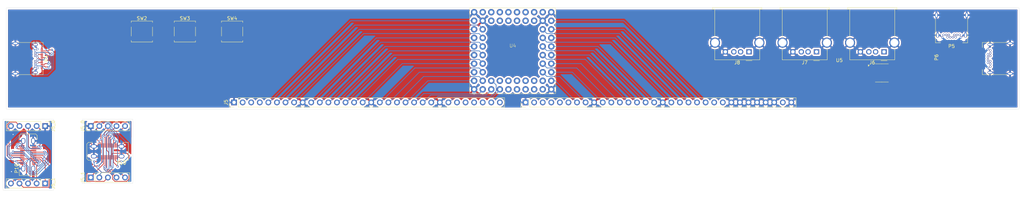
<source format=kicad_pcb>
(kicad_pcb (version 20241229) (generator "pcbnew") (generator_version "9.0")
  (layers (0 "F.Cu" signal) (2 "B.Cu" signal) (13 "F.Paste" user) (15 "B.Paste" user) (5 "F.SilkS" user "F.Silkscreen") (7 "B.SilkS" user "B.Silkscreen") (1 "F.Mask" user) (3 "B.Mask" user) (25 "Edge.Cuts" user))
  (net 0 "")
  (net 1 "/Excelsior_PGA2350/GP11")
  (net 2 "/Excelsior_PGA2350/GP26")
  (net 3 "/Excelsior_PGA2350/GND")
  (net 4 "/Excelsior_PGA2350/INTA")
  (net 5 "/Excelsior_PGA2350/VBUS")
  (net 6 "/Excelsior_PGA2350/MOSI")
  (net 7 "/Excelsior_PGA2350/GP15")
  (net 8 "/Excelsior_PGA2350/GP13")
  (net 9 "/Excelsior_PGA2350/GP24")
  (net 10 "/Excelsior_PGA2350/GP31")
  (net 11 "/Excelsior_PGA2350/GP22")
  (net 12 "/Excelsior_PGA2350/GP12")
  (net 13 "/Excelsior_PGA2350/GP09")
  (net 14 "/Excelsior_PGA2350/GP18")
  (net 15 "/Excelsior_PGA2350/GP25")
  (net 16 "/Excelsior_PGA2350/GP20")
  (net 17 "/Excelsior_PGA2350/GP32")
  (net 18 "/Excelsior_PGA2350/GP17")
  (net 19 "/Excelsior_PGA2350/GP08")
  (net 20 "/Excelsior_PGA2350/GP21")
  (net 21 "/Excelsior_PGA2350/INTB")
  (net 22 "/Excelsior_PGA2350/CS")
  (net 23 "/Excelsior_PGA2350/GP29")
  (net 24 "/Excelsior_PGA2350/GP30")
  (net 25 "/Excelsior_PGA2350/GP28")
  (net 26 "/Excelsior_PGA2350/GP27")
  (net 27 "/Excelsior_PGA2350/GP19")
  (net 28 "/Excelsior_PGA2350/GP23")
  (net 29 "/Excelsior_PGA2350/SCK")
  (net 30 "/Excelsior_PGA2350/MISO")
  (net 31 "/Excelsior_PGA2350/GP07")
  (net 32 "/Excelsior_PGA2350/GP10")
  (net 33 "/Excelsior_PGA2350/GP16")
  (net 34 "/Excelsior_PGA2350/GP06")
  (net 35 "/Excelsior_PGA2350/GP14")
  (net 36 "/Excelsior_PGA2350/DM4+")
  (net 37 "/Excelsior_PGA2350/DM4-")
  (net 38 "/Excelsior_PGA2350/DM3-")
  (net 39 "/Excelsior_PGA2350/DM3+")
  (net 40 "/Excelsior_PGA2350/DM2+")
  (net 41 "/Excelsior_PGA2350/DM2-")
  (net 42 "/Excelsior_PGA2350/GP41")
  (net 43 "/Excelsior_PGA2350/GP46")
  (net 44 "/Excelsior_PGA2350/GP36")
  (net 45 "/Excelsior_PGA2350/GP42")
  (net 46 "/Excelsior_PGA2350/GP34")
  (net 47 "/Excelsior_PGA2350/GP43")
  (net 48 "/Excelsior_PGA2350/GP38")
  (net 49 "/Excelsior_PGA2350/GP40")
  (net 50 "/Excelsior_PGA2350/GP37")
  (net 51 "/Excelsior_PGA2350/GP47")
  (net 52 "/Excelsior_PGA2350/GP35")
  (net 53 "/Excelsior_PGA2350/GP44")
  (net 54 "/Excelsior_PGA2350/GP45")
  (net 55 "/Excelsior_PGA2350/GP39")
  (net 56 "/Excelsior_PGA2350/GP33")
  (net 61 "/Excelsior_PGA2350/HOST_D+")
  (net 62 "/Excelsior_PGA2350/HOST_D-")
  (net 79 "/Excelsior_PGA2350/CH_RST")
  (net 80 "/Excelsior_PGA2350/RESET")
  (net 81 "/Excelsior_PGA2350/BOOT")
  (net 82 "/Excelsior_PGA2350/DM1+")
  (net 84 "/Excelsior_PGA2350/DM1-")
  (net 90 "/Excelsior_PGA2350/3V3")
  (net 91 "/USB Breakout/GND")
  (net 92 "/USB Breakout/5")
  (net 93 "/USB Breakout/8")
  (net 94 "/USB Breakout/11")
  (net 95 "/USB Breakout/VBUS")
  (net 96 "/USB Breakout/2")
  (net 97 "/USB Breakout/7")
  (net 98 "/USB Breakout/10")
  (net 99 "/USB Breakout/3")
  (net 100 "/USB Breakout/6")
  (footprint "Button_Switch_SMD:SW_SPST_EVPBF" (layer "F.Cu") (at 66.88 7)
    (property "Reference" "SW4")
    (property "Value" "SW_Push")
  )
  (footprint "Connector_PinHeader_2.54mm:PinHeader_1x32_P2.54mm_Vertical" (layer "F.Cu") (at 153.81 28 90)
    (property "Reference" "J9" (hide yes))
    (property "Value" "Conn_01x16_Socket")
  )
  (footprint "Connector_USB:USB_C_Receptacle_Amphenol_12401548E4-2A" (layer "F.Cu") (at 280 4.99 180)
    (property "Reference" "P5")
    (property "Value" "Host_Port")
  )
  (footprint "pga2350:pga2350" (layer "F.Cu") (at 150 12.7)
    (property "Reference" "U4")
    (property "Value" "PGA2350")
  )
  (footprint "Connector_USB:USB_C_Receptacle_Amphenol_12401548E4-2A" (layer "F.Cu") (at 5.5 15 -90)
    (property "Reference" "P4")
    (property "Value" "Left_Peripheral")
  )
  (footprint "Connector_USB:USB_A_Molex_67643_Horizontal" (layer "F.Cu") (at 240 13.01 180)
    (property "Reference" "J7")
    (property "Value" "USB_Hub3")
  )
  (footprint "Connector_PinHeader_2.54mm:PinHeader_1x05_P2.54mm_Vertical" (layer "F.Cu") (at 11.5 52 -90)
    (property "Reference" "J5_1")
    (property "Value" "Conn_01x12")
  )
  (footprint "Connector_PinHeader_2.54mm:PinHeader_1x05_P2.54mm_Vertical" (layer "F.Cu") (at 25 50.24 90)
    (property "Reference" "J5_1")
    (property "Value" "Conn_01x12")
  )
  (footprint "Connector_USB:USB_C_Receptacle_Amphenol_12401548E4-2A" (layer "F.Cu") (at 294.5 15 90)
    (property "Reference" "P6")
    (property "Value" "Right_Peripheral")
  )
  (footprint "Connector_PinHeader_2.54mm:PinHeader_1x32_P2.54mm_Vertical" (layer "F.Cu") (at 67.45 28 90)
    (property "Reference" "J5")
    (property "Value" "Conn_01x40_Socket")
  )
  (footprint "Button_Switch_SMD:SW_SPST_EVPBF" (layer "F.Cu") (at 52.88 7)
    (property "Reference" "SW3")
    (property "Value" "SW_Push")
  )
  (footprint "Connector_PinHeader_2.54mm:PinHeader_1x05_P2.54mm_Vertical" (layer "F.Cu") (at 25 35 90)
    (property "Reference" "J5_0")
    (property "Value" "Conn_01x12")
  )
  (footprint "Connector_USB:USB_C_Receptacle_JAE_DX07S024WJ3R400" (layer "F.Cu") (at 30 42.5 180)
    (property "Reference" "P10")
    (property "Value" "USB_C_Receptacle")
  )
  (footprint "Button_Switch_SMD:SW_SPST_EVPBF" (layer "F.Cu") (at 40.14 7)
    (property "Reference" "SW2")
    (property "Value" "SW_Push")
  )
  (footprint "Connector_USB:USB_A_Molex_67643_Horizontal" (layer "F.Cu") (at 220 13.01 180)
    (property "Reference" "J8")
    (property "Value" "USB_Hub2")
  )
  (footprint "Connector_PinHeader_2.54mm:PinHeader_1x05_P2.54mm_Vertical" (layer "F.Cu") (at 11.5 35 -90)
    (property "Reference" "J5_0")
    (property "Value" "Conn_01x12")
  )
  (footprint "Package_SO:QSOP-16_3.9x4.9mm_P0.635mm" (layer "F.Cu") (at 259.3625 19.2775)
    (property "Reference" "U5")
    (property "Value" "CH334R")
  )
  (footprint "Connector_USB:USB_C_Receptacle_JAE_DX07S024WJ3R400" (layer "F.Cu") (at 6.47 43.5 90)
    (property "Reference" "P10")
    (property "Value" "USB_C_Receptacle")
  )
  (footprint "Connector_USB:USB_A_Molex_67643_Horizontal" (layer "F.Cu") (at 260 13.01 180)
    (property "Reference" "J6")
    (property "Value" "USB_Hub4_FDD")
  )
  (gr_rect (start 22.5 33) (end 37.5 52) (stroke (width 0.05)) (fill no) (layer "Edge.Cuts"))
  (gr_rect (start 0 0) (end 300 30) (stroke (width 0.05)) (fill no) (layer "Edge.Cuts"))
  (gr_rect (start -1 33) (end 14 54) (stroke (width 0.05)) (fill no) (layer "Edge.Cuts"))
  (segment (start 115.9535 15.2565) (end 103.21 28) (width 0.2) (layer "B.Cu") (net 1))
  (segment (start 141.31 16.51) (end 140.0565 15.2565) (width 0.2) (layer "B.Cu") (net 1))
  (segment (start 140.0565 15.2565) (end 115.9535 15.2565) (width 0.2) (layer "B.Cu") (net 1))
  (segment (start 11.5 16.5) (end 11.25 16.75) (width 0.2) (layer "F.Cu") (net 4))
  (segment (start 11.25 16.75) (end 10.52 16.75) (width 0.2) (layer "F.Cu") (net 4))
  (segment (start 12.4 16.5) (end 11.5 16.5) (width 0.2) (layer "F.Cu") (net 4))
  (via (at 12.4 16.5) (size 0.6) (drill 0.3) (layers "F.Cu" "B.Cu") (net 4))
  (segment (start 12.4 16.5) (end 12.5 16.4) (width 0.2) (layer "B.Cu") (net 4))
  (segment (start 11.174 13.174) (end 8.950702 13.174) (width 0.2) (layer "B.Cu") (net 4))
  (segment (start 8.724702 13.4) (end 8.51 13.4) (width 0.2) (layer "B.Cu") (net 4))
  (segment (start 8.950702 13.174) (end 8.724702 13.4) (width 0.2) (layer "B.Cu") (net 4))
  (segment (start 12.5 14.5) (end 11.174 13.174) (width 0.2) (layer "B.Cu") (net 4))
  (segment (start 12.5 16.4) (end 12.5 14.5) (width 0.2) (layer "B.Cu") (net 4))
  (segment (start 10.47 13.8) (end 10.52 13.75) (width 0.2) (layer "F.Cu") (net 5))
  (segment (start 9.21 16.2) (end 10.47 16.2) (width 0.2) (layer "F.Cu") (net 5))
  (segment (start 9.21 13.8) (end 10.47 13.8) (width 0.2) (layer "F.Cu") (net 5))
  (segment (start 10.47 16.2) (end 10.52 16.25) (width 0.2) (layer "F.Cu") (net 5))
  (segment (start 10.52 15.25) (end 9.945298 15.25) (width 0.2) (layer "F.Cu") (net 6))
  (segment (start 9.945298 15.25) (end 9.295298 14.6) (width 0.2) (layer "F.Cu") (net 6))
  (segment (start 9.295298 14.6) (end 9.21 14.6) (width 0.2) (layer "F.Cu") (net 6))
  (segment (start 141.31 6.35) (end 140.0565 5.0965) (width 0.2) (layer "B.Cu") (net 6))
  (segment (start 140.0565 5.0965) (end 103.2535 5.0965) (width 0.2) (layer "B.Cu") (net 6))
  (segment (start 103.2535 5.0965) (end 80.35 28) (width 0.2) (layer "B.Cu") (net 6))
  (segment (start 140.0565 20.3365) (end 123.5735 20.3365) (width 0.2) (layer "B.Cu") (net 7))
  (segment (start 123.5735 20.3365) (end 115.91 28) (width 0.2) (layer "B.Cu") (net 7))
  (segment (start 141.31 21.59) (end 140.0565 20.3365) (width 0.2) (layer "B.Cu") (net 7))
  (segment (start 140.0565 17.7965) (end 121.0335 17.7965) (width 0.2) (layer "B.Cu") (net 8))
  (segment (start 141.31 19.05) (end 140.0565 17.7965) (width 0.2) (layer "B.Cu") (net 8))
  (segment (start 121.0335 17.7965) (end 110.83 28) (width 0.2) (layer "B.Cu") (net 8))
  (segment (start 138.77 16.51) (end 117.24 16.51) (width 0.2) (layer "B.Cu") (net 12))
  (segment (start 117.24 16.51) (end 105.75 28) (width 0.2) (layer "B.Cu") (net 12))
  (segment (start 141.31 13.97) (end 140.0565 12.7165) (width 0.2) (layer "B.Cu") (net 13))
  (segment (start 113.4135 12.7165) (end 98.13 28) (width 0.2) (layer "B.Cu") (net 13))
  (segment (start 140.0565 12.7165) (end 113.4135 12.7165) (width 0.2) (layer "B.Cu") (net 13))
  (segment (start 142.1955 25.7845) (end 143.85 24.13) (width 0.2) (layer "B.Cu") (net 14))
  (segment (start 125.7455 25.7845) (end 142.1955 25.7845) (width 0.2) (layer "B.Cu") (net 14))
  (segment (start 123.53 28) (end 125.7455 25.7845) (width 0.2) (layer "B.Cu") (net 14))
  (segment (start 132.5635 26.5865) (end 131.15 28) (width 0.2) (layer "B.Cu") (net 16))
  (segment (start 143.9335 26.5865) (end 132.5635 26.5865) (width 0.2) (layer "B.Cu") (net 16))
  (segment (start 146.39 24.13) (end 143.9335 26.5865) (width 0.2) (layer "B.Cu") (net 16))
  (segment (start 162.6 21.59) (end 169.01 28) (width 0.2) (layer "B.Cu") (net 17))
  (segment (start 161.39 21.59) (end 162.6 21.59) (width 0.2) (layer "B.Cu") (net 17))
  (segment (start 123.6065 25.3835) (end 120.99 28) (width 0.2) (layer "B.Cu") (net 18))
  (segment (start 141.31 24.13) (end 140.0565 25.3835) (width 0.2) (layer "B.Cu") (net 18))
  (segment (start 140.0565 25.3835) (end 123.6065 25.3835) (width 0.2) (layer "B.Cu") (net 18))
  (segment (start 138.77 11.43) (end 112.16 11.43) (width 0.2) (layer "B.Cu") (net 19))
  (segment (start 112.16 11.43) (end 95.59 28) (width 0.2) (layer "B.Cu") (net 19))
  (segment (start 12.5 17.5) (end 11.5 17.5) (width 0.2) (layer "F.Cu") (net 21))
  (segment (start 11.5 17.5) (end 11.25 17.25) (width 0.2) (layer "F.Cu") (net 21))
  (segment (start 11.25 17.25) (end 10.52 17.25) (width 0.2) (layer "F.Cu") (net 21))
  (via (at 12.5 17.5) (size 0.6) (drill 0.3) (layers "F.Cu" "B.Cu") (net 21))
  (segment (start 12.799 13.748943) (end 12.799 13.382992) (width 0.2) (layer "B.Cu") (net 21))
  (segment (start 7.609 11.699) (end 8.51 12.6) (width 0.2) (layer "B.Cu") (net 21))
  (segment (start 13 13.949943) (end 12.799 13.748943) (width 0.2) (layer "B.Cu") (net 21))
  (segment (start 7.609 10.579636) (end 7.609 11.699) (width 0.2) (layer "B.Cu") (net 21))
  (segment (start 13 17) (end 13 13.949943) (width 0.2) (layer "B.Cu") (net 21))
  (segment (start 12.5 17.5) (end 13 17) (width 0.2) (layer "B.Cu") (net 21))
  (segment (start 9.585008 10.169) (end 8.019636 10.169) (width 0.2) (layer "B.Cu") (net 21))
  (segment (start 8.019636 10.169) (end 7.609 10.579636) (width 0.2) (layer "B.Cu") (net 21))
  (segment (start 12.799 13.382992) (end 9.585008 10.169) (width 0.2) (layer "B.Cu") (net 21))
  (segment (start 12.701 13.5) (end 12.451 13.25) (width 0.2) (layer "F.Cu") (net 22))
  (segment (start 13.4 13.5) (end 12.701 13.5) (width 0.2) (layer "F.Cu") (net 22))
  (segment (start 12.451 13.25) (end 10.52 13.25) (width 0.2) (layer "F.Cu") (net 22))
  (via (at 13.4 13.5) (size 0.6) (drill 0.3) (layers "F.Cu" "B.Cu") (net 22))
  (segment (start 13.5 13.6) (end 13.5 17.9329) (width 0.2) (layer "B.Cu") (net 22))
  (segment (start 10.324057 17.174) (end 9.169298 17.174) (width 0.2) (layer "B.Cu") (net 22))
  (segment (start 13.3319 18.101) (end 11.251057 18.101) (width 0.2) (layer "B.Cu") (net 22))
  (segment (start 141.31 8.89) (end 140.0235 7.6035) (width 0.2) (layer "B.Cu") (net 22))
  (segment (start 13.5 17.9329) (end 13.3319 18.101) (width 0.2) (layer "B.Cu") (net 22))
  (segment (start 9.169298 17.174) (end 8.595298 16.6) (width 0.2) (layer "B.Cu") (net 22))
  (segment (start 140.0235 7.6035) (end 105.8265 7.6035) (width 0.2) (layer "B.Cu") (net 22))
  (segment (start 11.251057 18.101) (end 10.324057 17.174) (width 0.2) (layer "B.Cu") (net 22))
  (segment (start 13.4 13.5) (end 13.5 13.6) (width 0.2) (layer "B.Cu") (net 22))
  (segment (start 105.8265 7.6035) (end 85.43 28) (width 0.2) (layer "B.Cu") (net 22))
  (segment (start 8.595298 16.6) (end 8.51 16.6) (width 0.2) (layer "B.Cu") (net 22))
  (segment (start 143.976359 25.776359) (end 143.752717 26) (width 0.2) (layer "B.Cu") (net 27))
  (segment (start 127.8845 26.1855) (end 143.567218 26.1855) (width 0.2) (layer "B.Cu") (net 27))
  (segment (start 143.567218 26.1855) (end 143.976359 25.776359) (width 0.2) (layer "B.Cu") (net 27))
  (segment (start 145.1035 24.649217) (end 143.976359 25.776359) (width 0.2) (layer "B.Cu") (net 27))
  (segment (start 143.85 21.59) (end 145.1035 22.8435) (width 0.2) (layer "B.Cu") (net 27))
  (segment (start 126.07 28) (end 127.8845 26.1855) (width 0.2) (layer "B.Cu") (net 27))
  (segment (start 145.1035 22.8435) (end 145.1035 24.649217) (width 0.2) (layer "B.Cu") (net 27))
  (segment (start 12.327955 12.75) (end 10.52 12.75) (width 0.2) (layer "F.Cu") (net 29))
  (segment (start 12.64534 12.432615) (end 12.327955 12.75) (width 0.2) (layer "F.Cu") (net 29))
  (segment (start 13.5 12.432615) (end 12.64534 12.432615) (width 0.2) (layer "F.Cu") (net 29))
  (via (at 13.5 12.432615) (size 0.6) (drill 0.3) (layers "F.Cu" "B.Cu") (net 29))
  (segment (start 13.5 12.432615) (end 14 12.932615) (width 0.2) (layer "B.Cu") (net 29))
  (segment (start 14 18) (end 12.169 19.831) (width 0.2) (layer "B.Cu") (net 29))
  (segment (start 14 12.932615) (end 14 18) (width 0.2) (layer "B.Cu") (net 29))
  (segment (start 7.609 19.420364) (end 7.609 18.301) (width 0.2) (layer "B.Cu") (net 29))
  (segment (start 138.77 3.81) (end 102 3.81) (width 0.2) (layer "B.Cu") (net 29))
  (segment (start 8.019636 19.831) (end 7.609 19.420364) (width 0.2) (layer "B.Cu") (net 29))
  (segment (start 12.169 19.831) (end 8.019636 19.831) (width 0.2) (layer "B.Cu") (net 29))
  (segment (start 102 3.81) (end 77.81 28) (width 0.2) (layer "B.Cu") (net 29))
  (segment (start 7.609 18.301) (end 8.51 17.4) (width 0.2) (layer "B.Cu") (net 29))
  (segment (start 11.5 15) (end 11.25 14.75) (width 0.2) (layer "F.Cu") (net 30))
  (segment (start 11.25 14.75) (end 10.52 14.75) (width 0.2) (layer "F.Cu") (net 30))
  (via (at 11.5 15) (size 0.6) (drill 0.3) (layers "F.Cu" "B.Cu") (net 30))
  (segment (start 104.54 6.35) (end 82.89 28) (width 0.2) (layer "B.Cu") (net 30))
  (segment (start 9.21 15.4) (end 11.1 15.4) (width 0.2) (layer "B.Cu") (net 30))
  (segment (start 11.1 15.4) (end 11.5 15) (width 0.2) (layer "B.Cu") (net 30))
  (segment (start 138.77 6.35) (end 104.54 6.35) (width 0.2) (layer "B.Cu") (net 30))
  (segment (start 141.31 11.43) (end 140.0565 10.1765) (width 0.2) (layer "B.Cu") (net 31))
  (segment (start 110.8735 10.1765) (end 93.05 28) (width 0.2) (layer "B.Cu") (net 31))
  (segment (start 140.0565 10.1765) (end 110.8735 10.1765) (width 0.2) (layer "B.Cu") (net 31))
  (segment (start 138.77 13.97) (end 114.7 13.97) (width 0.2) (layer "B.Cu") (net 32))
  (segment (start 114.7 13.97) (end 100.67 28) (width 0.2) (layer "B.Cu") (net 32))
  (segment (start 138.77 21.59) (end 124.86 21.59) (width 0.2) (layer "B.Cu") (net 33))
  (segment (start 124.86 21.59) (end 118.45 28) (width 0.2) (layer "B.Cu") (net 33))
  (segment (start 109.62 8.89) (end 90.51 28) (width 0.2) (layer "B.Cu") (net 34))
  (segment (start 138.77 8.89) (end 109.62 8.89) (width 0.2) (layer "B.Cu") (net 34))
  (segment (start 122.32 19.05) (end 113.37 28) (width 0.2) (layer "B.Cu") (net 35))
  (segment (start 138.77 19.05) (end 122.32 19.05) (width 0.2) (layer "B.Cu") (net 35))
  (segment (start 160.1365 10.1765) (end 179.1265 10.1765) (width 0.2) (layer "B.Cu") (net 42))
  (segment (start 158.85 8.89) (end 160.1365 10.1765) (width 0.2) (layer "B.Cu") (net 42))
  (segment (start 179.1265 10.1765) (end 196.95 28) (width 0.2) (layer "B.Cu") (net 42))
  (segment (start 161.39 16.51) (end 170.22 16.51) (width 0.2) (layer "B.Cu") (net 44))
  (segment (start 170.22 16.51) (end 181.71 28) (width 0.2) (layer "B.Cu") (net 44))
  (segment (start 161.39 8.89) (end 180.38 8.89) (width 0.2) (layer "B.Cu") (net 45))
  (segment (start 180.38 8.89) (end 199.49 28) (width 0.2) (layer "B.Cu") (net 45))
  (segment (start 161.39 19.05) (end 167.68 19.05) (width 0.2) (layer "B.Cu") (net 46))
  (segment (start 167.68 19.05) (end 176.63 28) (width 0.2) (layer "B.Cu") (net 46))
  (segment (start 181.6335 7.6035) (end 202.03 28) (width 0.2) (layer "B.Cu") (net 47))
  (segment (start 158.85 6.35) (end 160.1035 7.6035) (width 0.2) (layer "B.Cu") (net 47))
  (segment (start 160.1035 7.6035) (end 181.6335 7.6035) (width 0.2) (layer "B.Cu") (net 47))
  (segment (start 161.39 13.97) (end 172.76 13.97) (width 0.2) (layer "B.Cu") (net 48))
  (segment (start 172.76 13.97) (end 186.79 28) (width 0.2) (layer "B.Cu") (net 48))
  (segment (start 175.3 11.43) (end 191.87 28) (width 0.2) (layer "B.Cu") (net 49))
  (segment (start 161.39 11.43) (end 175.3 11.43) (width 0.2) (layer "B.Cu") (net 49))
  (segment (start 158.85 13.97) (end 160.1035 15.2235) (width 0.2) (layer "B.Cu") (net 50))
  (segment (start 160.1035 15.2235) (end 171.4735 15.2235) (width 0.2) (layer "B.Cu") (net 50))
  (segment (start 171.4735 15.2235) (end 184.25 28) (width 0.2) (layer "B.Cu") (net 50))
  (segment (start 160.1365 17.7965) (end 168.9665 17.7965) (width 0.2) (layer "B.Cu") (net 52))
  (segment (start 168.9665 17.7965) (end 179.17 28) (width 0.2) (layer "B.Cu") (net 52))
  (segment (start 158.85 16.51) (end 160.1365 17.7965) (width 0.2) (layer "B.Cu") (net 52))
  (segment (start 182.92 6.35) (end 204.57 28) (width 0.2) (layer "B.Cu") (net 53))
  (segment (start 161.39 6.35) (end 182.92 6.35) (width 0.2) (layer "B.Cu") (net 53))
  (segment (start 182.92 3.81) (end 207.11 28) (width 0.2) (layer "B.Cu") (net 54))
  (segment (start 161.39 3.81) (end 182.92 3.81) (width 0.2) (layer "B.Cu") (net 54))
  (segment (start 174.0135 12.6835) (end 189.33 28) (width 0.2) (layer "B.Cu") (net 55))
  (segment (start 160.1035 12.6835) (end 174.0135 12.6835) (width 0.2) (layer "B.Cu") (net 55))
  (segment (start 158.85 11.43) (end 160.1035 12.6835) (width 0.2) (layer "B.Cu") (net 55))
  (segment (start 163.8535 20.3035) (end 171.55 28) (width 0.2) (layer "B.Cu") (net 56))
  (segment (start 160.1035 20.3035) (end 163.8535 20.3035) (width 0.2) (layer "B.Cu") (net 56))
  (segment (start 158.85 19.05) (end 160.1035 20.3035) (width 0.2) (layer "B.Cu") (net 56))
  (segment (start 4.72 39.68) (end 5 39.4) (width 0.2) (layer "F.Cu") (net 91))
  (segment (start 8.22 40.75) (end 8.22 39.68) (width 0.2) (layer "F.Cu") (net 91))
  (segment (start 4.72 47.32) (end 5 47.6) (width 0.2) (layer "F.Cu") (net 91))
  (segment (start 36.899 38.231) (end 34.1 41.03) (width 0.2) (layer "F.Cu") (net 91))
  (segment (start 4.72 46.25) (end 4.72 47.32) (width 0.2) (layer "F.Cu") (net 91))
  (segment (start 26.151 33.849) (end 36.849 33.849) (width 0.2) (layer "F.Cu") (net 91))
  (segment (start 27.25 44.25) (end 26.18 44.25) (width 0.2) (layer "F.Cu") (net 91))
  (segment (start 8.22 46.25) (end 8.22 47.32) (width 0.2) (layer "F.Cu") (net 91))
  (segment (start 8.22 39.68) (end 7.94 39.4) (width 0.2) (layer "F.Cu") (net 91))
  (segment (start 33.82 44.25) (end 34.1 43.97) (width 0.2) (layer "F.Cu") (net 91))
  (segment (start 25 35) (end 26.151 33.849) (width 0.2) (layer "F.Cu") (net 91))
  (segment (start 4.72 40.75) (end 4.72 39.68) (width 0.2) (layer "F.Cu") (net 91))
  (segment (start 26.18 44.25) (end 25.9 43.97) (width 0.2) (layer "F.Cu") (net 91))
  (segment (start 25 35) (end 25 40.13) (width 0.2) (layer "F.Cu") (net 91))
  (segment (start 32.75 44.25) (end 33.82 44.25) (width 0.2) (layer "F.Cu") (net 91))
  (segment (start 8.22 47.32) (end 7.94 47.6) (width 0.2) (layer "F.Cu") (net 91))
  (segment (start 27.25 40.75) (end 26.18 40.75) (width 0.2) (layer "F.Cu") (net 91))
  (segment (start 36.899 33.899) (end 36.899 38.231) (width 0.2) (layer "F.Cu") (net 91))
  (segment (start 32.75 40.75) (end 33.82 40.75) (width 0.2) (layer "F.Cu") (net 91))
  (segment (start 26.18 40.75) (end 25.9 41.03) (width 0.2) (layer "F.Cu") (net 91))
  (segment (start 33.82 40.75) (end 34.1 41.03) (width 0.2) (layer "F.Cu") (net 91))
  (segment (start 36.849 33.849) (end 36.899 33.899) (width 0.2) (layer "F.Cu") (net 91))
  (segment (start 25 40.13) (end 25.9 41.03) (width 0.2) (layer "F.Cu") (net 91))
  (via (at 2 37.5) (size 0.6) (drill 0.3) (layers "F.Cu" "B.Cu") (net 91))
  (via (at 1.5 48.5) (size 0.6) (drill 0.3) (layers "F.Cu" "B.Cu") (net 91))
  (segment (start 29.859374 36.151) (end 31.469 36.151) (width 0.2) (layer "F.Cu") (net 92))
  (segment (start 1.756875 44.35) (end 1.856875 44.25) (width 0.2) (layer "F.Cu") (net 92))
  (segment (start 0.209 34.62324) (end 0.98324 33.849) (width 0.2) (layer "F.Cu") (net 92))
  (segment (start 11.243125 42.65) (end 11.143125 42.75) (width 0.2) (layer "F.Cu") (net 92))
  (segment (start 1.756875 44.35) (end 1.637458 44.469417) (width 0.2) (layer "F.Cu") (net 92))
  (segment (start 1.856875 44.25) (end 4.78 44.25) (width 0.2) (layer "F.Cu") (net 92))
  (segment (start 2.849 33.849) (end 4 35) (width 0.2) (layer "F.Cu") (net 92))
  (segment (start 0.209 43.809294) (end 0.209 34.62324) (width 0.2) (layer "F.Cu") (net 92))
  (segment (start 30.75 44.25) (end 30.75 46.75) (width 0.2) (layer "F.Cu") (net 92))
  (segment (start 11.143125 42.75) (end 8.22 42.75) (width 0.2) (layer "F.Cu") (net 92))
  (segment (start 29.001079 37.009295) (end 29.859374 36.151) (width 0.2) (layer "F.Cu") (net 92))
  (segment (start 31.469 36.151) (end 32.62 35) (width 0.2) (layer "F.Cu") (net 92))
  (segment (start 0.98324 33.849) (end 2.849 33.849) (width 0.2) (layer "F.Cu") (net 92))
  (segment (start 29.001079 38.019668) (end 29.001079 37.009295) (width 0.2) (layer "F.Cu") (net 92))
  (segment (start 29.251079 40.769668) (end 29.251079 38.269668) (width 0.2) (layer "F.Cu") (net 92))
  (segment (start 0.869123 44.469417) (end 0.209 43.809294) (width 0.2) (layer "F.Cu") (net 92))
  (segment (start 29.251079 38.269668) (end 29.001079 38.019668) (width 0.2) (layer "F.Cu") (net 92))
  (segment (start 30.75 46.75) (end 31 47) (width 0.2) (layer "F.Cu") (net 92))
  (segment (start 1.637458 44.469417) (end 0.869123 44.469417) (width 0.2) (layer "F.Cu") (net 92))
  (via (at 29.001079 38.019668) (size 0.6) (drill 0.3) (layers "F.Cu" "B.Cu") (net 92))
  (via (at 31 47) (size 0.6) (drill 0.3) (layers "F.Cu" "B.Cu") (net 92))
  (via (at 11.243125 42.65) (size 0.6) (drill 0.3) (layers "F.Cu" "B.Cu") (net 92))
  (via (at 1.756875 44.35) (size 0.6) (drill 0.3) (layers "F.Cu" "B.Cu") (net 92))
  (segment (start 30.684335 36.852981) (end 31.686449 37.855095) (width 0.2) (layer "B.Cu") (net 92))
  (segment (start 31.686449 37.855095) (end 31.686449 38.352981) (width 0.2) (layer "B.Cu") (net 92))
  (segment (start 6.599 47.099) (end 3.85 44.35) (width 0.2) (layer "B.Cu") (net 92))
  (segment (start 8.596371 49.152) (end 7.400694 49.152) (width 0.2) (layer "B.Cu") (net 92))
  (segment (start 30.167766 36.852981) (end 30.684335 36.852981) (width 0.2) (layer "B.Cu") (net 92))
  (segment (start 31 39.03943) (end 31 47) (width 0.2) (layer "B.Cu") (net 92))
  (segment (start 6.599 48.350306) (end 6.599 47.099) (width 0.2) (layer "B.Cu") (net 92))
  (segment (start 7.400694 49.152) (end 6.599 48.350306) (width 0.2) (layer "B.Cu") (net 92))
  (segment (start 11.243125 42.65) (end 11.67249 42.65) (width 0.2) (layer "B.Cu") (net 92))
  (segment (start 1.637458 44.469417) (end 1.756875 44.35) (width 0.2) (layer "B.Cu") (net 92))
  (segment (start 12.158984 45.589388) (end 8.596371 49.152) (width 0.2) (layer "B.Cu") (net 92))
  (segment (start 11.67249 42.65) (end 12.158984 43.136494) (width 0.2) (layer "B.Cu") (net 92))
  (segment (start 3.85 44.35) (end 1.756875 44.35) (width 0.2) (layer "B.Cu") (net 92))
  (segment (start 31.686449 38.352981) (end 31 39.03943) (width 0.2) (layer "B.Cu") (net 92))
  (segment (start 12.158984 43.136494) (end 12.158984 45.589388) (width 0.2) (layer "B.Cu") (net 92))
  (segment (start 29.001079 38.019668) (end 30.167766 36.852981) (width 0.2) (layer "B.Cu") (net 92))
  (segment (start 2.1887 42.75) (end 4.78 42.75) (width 0.2) (layer "F.Cu") (net 93))
  (segment (start 12.651 53.151) (end 12.651 48.5) (width 0.2) (layer "F.Cu") (net 93))
  (segment (start 32.62 50.24) (end 30.781 48.401) (width 0.2) (layer "F.Cu") (net 93))
  (segment (start 30.751079 38.269668) (end 31.001079 38.019668) (width 0.2) (layer "F.Cu") (net 93))
  (segment (start 8.22 44.25) (end 10.283269 44.25) (width 0.2) (layer "F.Cu") (net 93))
  (segment (start 30.751079 40.769668) (end 30.751079 38.269668) (width 0.2) (layer "F.Cu") (net 93))
  (segment (start 1.951234 42.548769) (end 1.987469 42.548769) (width 0.2) (layer "F.Cu") (net 93))
  (segment (start 28.964687 47.035313) (end 29 47) (width 0.2) (layer "F.Cu") (net 93))
  (segment (start 29.25 46.75) (end 29 47) (width 0.2) (layer "F.Cu") (net 93))
  (segment (start 28.964687 47.81463) (end 28.964687 47.035313) (width 0.2) (layer "F.Cu") (net 93))
  (segment (start 29.551057 48.401) (end 28.964687 47.81463) (width 0.2) (layer "F.Cu") (net 93))
  (segment (start 29.25 44.25) (end 29.25 46.75) (width 0.2) (layer "F.Cu") (net 93))
  (segment (start 12.651 46.617731) (end 12.651 48.5) (width 0.2) (layer "F.Cu") (net 93))
  (segment (start 30.781 48.401) (end 29.551057 48.401) (width 0.2) (layer "F.Cu") (net 93))
  (segment (start 3.88 52) (end 5.031 53.151) (width 0.2) (layer "F.Cu") (net 93))
  (segment (start 5.031 53.151) (end 12.651 53.151) (width 0.2) (layer "F.Cu") (net 93))
  (segment (start 10.283269 44.25) (end 10.889137 44.855868) (width 0.2) (layer "F.Cu") (net 93))
  (segment (start 10.889137 44.855868) (end 12.651 46.617731) (width 0.2) (layer "F.Cu") (net 93))
  (segment (start 1.987469 42.548769) (end 2.1887 42.75) (width 0.2) (layer "F.Cu") (net 93))
  (via (at 10.889137 44.855868) (size 0.6) (drill 0.3) (layers "F.Cu" "B.Cu") (net 93))
  (via (at 29 47) (size 0.6) (drill 0.3) (layers "F.Cu" "B.Cu") (net 93))
  (via (at 31.001079 38.019668) (size 0.6) (drill 0.3) (layers "F.Cu" "B.Cu") (net 93))
  (via (at 1.951234 42.548769) (size 0.6) (drill 0.3) (layers "F.Cu" "B.Cu") (net 93))
  (segment (start 30.399 47.582317) (end 30.399 38.621747) (width 0.2) (layer "B.Cu") (net 93))
  (segment (start 28.964687 47.035313) (end 28.964687 47.81463) (width 0.2) (layer "B.Cu") (net 93))
  (segment (start 29.5 48.349943) (end 29.631374 48.349943) (width 0.2) (layer "B.Cu") (net 93))
  (segment (start 30.399 38.621747) (end 31.001079 38.019668) (width 0.2) (layer "B.Cu") (net 93))
  (segment (start 10.057086 46.557086) (end 10.889137 45.725035) (width 0.2) (layer "B.Cu") (net 93))
  (segment (start 9.748943 46.865228) (end 10.057086 46.557086) (width 0.2) (layer "B.Cu") (net 93))
  (segment (start 29 47) (end 28.964687 47.035313) (width 0.2) (layer "B.Cu") (net 93))
  (segment (start 4.89779 42.548769) (end 9.214249 46.865228) (width 0.2) (layer "B.Cu") (net 93))
  (segment (start 1.951234 42.548769) (end 4.89779 42.548769) (width 0.2) (layer "B.Cu") (net 93))
  (segment (start 28.964687 47.81463) (end 29.5 48.349943) (width 0.2) (layer "B.Cu") (net 93))
  (segment (start 10.889137 45.725035) (end 10.889137 44.855868) (width 0.2) (layer "B.Cu") (net 93))
  (segment (start 9.214249 46.865228) (end 9.748943 46.865228) (width 0.2) (layer "B.Cu") (net 93))
  (segment (start 29.631374 48.349943) (end 30.399 47.582317) (width 0.2) (layer "B.Cu") (net 93))
  (segment (start 10.889137 44.681606) (end 10.889137 44.855868) (width 0.2) (layer "B.Cu") (net 93))
  (segment (start 27.5 45.5) (end 27.75 45.25) (width 0.2) (layer "F.Cu") (net 94))
  (segment (start 9.5 46.264228) (end 8.985772 45.75) (width 0.2) (layer "F.Cu") (net 94))
  (segment (start 8.985772 45.75) (end 8.22 45.75) (width 0.2) (layer "F.Cu") (net 94))
  (segment (start 32.251079 40.769668) (end 32.251079 39.769668) (width 0.2) (layer "F.Cu") (net 94))
  (segment (start 8.96 46.804228) (end 8.96 52) (width 0.2) (layer "F.Cu") (net 94))
  (segment (start 9.5 46.264228) (end 8.96 46.804228) (width 0.2) (layer "F.Cu") (net 94))
  (segment (start 32.251079 39.769668) (end 32.501079 39.519668) (width 0.2) (layer "F.Cu") (net 94))
  (segment (start 4.014228 41.25) (end 4.78 41.25) (width 0.2) (layer "F.Cu") (net 94))
  (segment (start 27.75 45.25) (end 27.75 44.25) (width 0.2) (layer "F.Cu") (net 94))
  (segment (start 26 45.5) (end 27.5 45.5) (width 0.2) (layer "F.Cu") (net 94))
  (segment (start 3.5 40.735772) (end 4.014228 41.25) (width 0.2) (layer "F.Cu") (net 94))
  (via (at 3.5 40.735772) (size 0.6) (drill 0.3) (layers "F.Cu" "B.Cu") (net 94))
  (via (at 32.501079 39.519668) (size 0.6) (drill 0.3) (layers "F.Cu" "B.Cu") (net 94))
  (via (at 9.5 46.264228) (size 0.6) (drill 0.3) (layers "F.Cu" "B.Cu") (net 94))
  (via (at 26 45.5) (size 0.6) (drill 0.3) (layers "F.Cu" "B.Cu") (net 94))
  (segment (start 32.501079 39.519668) (end 31.601 40.419747) (width 0.2) (layer "B.Cu") (net 94))
  (segment (start 27.54 49.461886) (end 28.250943 48.750943) (width 0.2) (layer "B.Cu") (net 94))
  (segment (start 9.5 46.015147) (end 9.5 46.264228) (width 0.2) (layer "B.Cu") (net 94))
  (segment (start 9.314207 45.829354) (end 9.5 46.015147) (width 0.2) (layer "B.Cu") (net 94))
  (segment (start 4.244466 40.735772) (end 9.314207 45.805513) (width 0.2) (layer "B.Cu") (net 94))
  (segment (start 9.314207 45.805513) (end 9.314207 45.829354) (width 0.2) (layer "B.Cu") (net 94))
  (segment (start 31.601 47.248943) (end 30.099 48.750943) (width 0.2) (layer "B.Cu") (net 94))
  (segment (start 27.54 50.24) (end 27.54 49.461886) (width 0.2) (layer "B.Cu") (net 94))
  (segment (start 31.601 40.419747) (end 31.601 47.248943) (width 0.2) (layer "B.Cu") (net 94))
  (segment (start 30.099 48.750943) (end 28.250943 48.750943) (width 0.2) (layer "B.Cu") (net 94))
  (segment (start 26 46.5) (end 26 45.5) (width 0.2) (layer "B.Cu") (net 94))
  (segment (start 3.5 40.735772) (end 4.244466 40.735772) (width 0.2) (layer "B.Cu") (net 94))
  (segment (start 28.250943 48.750943) (end 26 46.5) (width 0.2) (layer "B.Cu") (net 94))
  (segment (start 11.5 52) (end 11.5 46.315261) (width 0.2) (layer "F.Cu") (net 95))
  (segment (start 7.269 44.519) (end 7.5 44.75) (width 0.2) (layer "F.Cu") (net 95))
  (segment (start 32.14324 51.391) (end 31.469 50.71676) (width 0.2) (layer "F.Cu") (net 95))
  (segment (start 4.72 44.75) (end 8.22 44.75) (width 0.2) (layer "F.Cu") (net 95))
  (segment (start 7.5 44.75) (end 8.22 44.75) (width 0.2) (layer "F.Cu") (net 95))
  (segment (start 28.75 46.25) (end 27.25 47.75) (width 0.2) (layer "F.Cu") (net 95))
  (segment (start 27.25 47.75) (end 25 50) (width 0.2) (layer "F.Cu") (net 95))
  (segment (start 36.311 44.5) (end 36.311 50.71676) (width 0.2) (layer "F.Cu") (net 95))
  (segment (start 7.333 42.25) (end 7.269 42.314) (width 0.2) (layer "F.Cu") (net 95))
  (segment (start 25 50) (end 25 50.24) (width 0.2) (layer "F.Cu") (net 95))
  (segment (start 9.934739 44.75) (end 8.22 44.75) (width 0.2) (layer "F.Cu") (net 95))
  (segment (start 8.22 42.25) (end 7.333 42.25) (width 0.2) (layer "F.Cu") (net 95))
  (segment (start 31.25 43.363) (end 31.544 43.069) (width 0.2) (layer "F.Cu") (net 95))
  (segment (start 35.689653 43.069) (end 36.311 43.690347) (width 0.2) (layer "F.Cu") (net 95))
  (segment (start 36.311 43.690347) (end 36.311 44.5) (width 0.2) (layer "F.Cu") (net 95))
  (segment (start 35.63676 51.391) (end 32.14324 51.391) (width 0.2) (layer "F.Cu") (net 95))
  (segment (start 31.469 50.71676) (end 31.469 49.6561) (width 0.2) (layer "F.Cu") (net 95))
  (segment (start 31.25 40.75) (end 31.25 44.25) (width 0.2) (layer "F.Cu") (net 95))
  (segment (start 31.544 43.069) (end 35.689654 43.069) (width 0.2) (layer "F.Cu") (net 95))
  (segment (start 31.25 44.25) (end 31.25 43.363) (width 0.2) (layer "F.Cu") (net 95))
  (segment (start 36.311 50.71676) (end 35.63676 51.391) (width 0.2) (layer "F.Cu") (net 95))
  (segment (start 11.5 46.315261) (end 9.934739 44.75) (width 0.2) (layer "F.Cu") (net 95))
  (segment (start 28.302 48.802) (end 27.25 47.75) (width 0.2) (layer "F.Cu") (net 95))
  (segment (start 7.269 42.314) (end 7.269 44.519) (width 0.2) (layer "F.Cu") (net 95))
  (segment (start 28.75 44.25) (end 28.75 40.75) (width 0.2) (layer "F.Cu") (net 95))
  (segment (start 36.311 43.690346) (end 36.311 44.5) (width 0.2) (layer "F.Cu") (net 95))
  (segment (start 4.72 42.25) (end 8.22 42.25) (width 0.2) (layer "F.Cu") (net 95))
  (segment (start 35.689654 43.069) (end 36.311 43.690346) (width 0.2) (layer "F.Cu") (net 95))
  (segment (start 30.6149 48.802) (end 28.302 48.802) (width 0.2) (layer "F.Cu") (net 95))
  (segment (start 31.469 49.6561) (end 30.6149 48.802) (width 0.2) (layer "F.Cu") (net 95))
  (segment (start 28.75 44.25) (end 28.75 46.25) (width 0.2) (layer "F.Cu") (net 95))
  (segment (start 9.5 41) (end 10 40.5) (width 0.2) (layer "F.Cu") (net 96))
  (segment (start 27.435392 39.585355) (end 26.69 38.839963) (width 0.2) (layer "F.Cu") (net 96))
  (segment (start 26.69 35.85) (end 27.54 35) (width 0.2) (layer "F.Cu") (net 96))
  (segment (start 9.5 41) (end 9.25 41.25) (width 0.2) (layer "F.Cu") (net 96))
  (segment (start 27.751079 40.769668) (end 27.751079 39.901042) (width 0.2) (layer "F.Cu") (net 96))
  (segment (start 9.25 41.25) (end 8.22 41.25) (width 0.2) (layer "F.Cu") (net 96))
  (segment (start 10 35.92) (end 9.08 35) (width 0.2) (layer "F.Cu") (net 96))
  (segment (start 32.25 45.118626) (end 32.25 44.25) (width 0.2) (layer "F.Cu") (net 96))
  (segment (start 27.751079 39.901042) (end 27.435392 39.585355) (width 0.2) (layer "F.Cu") (net 96))
  (segment (start 10 40.5) (end 10 35.92) (width 0.2) (layer "F.Cu") (net 96))
  (segment (start 3.5 46) (end 3.75 45.75) (width 0.2) (layer "F.Cu") (net 96))
  (segment (start 3.75 45.75) (end 4.78 45.75) (width 0.2) (layer "F.Cu") (net 96))
  (segment (start 26.69 38.839963) (end 26.69 35.85) (width 0.2) (layer "F.Cu") (net 96))
  (segment (start 32.631374 45.5) (end 32.25 45.118626) (width 0.2) (layer "F.Cu") (net 96))
  (segment (start 34 45.5) (end 32.631374 45.5) (width 0.2) (layer "F.Cu") (net 96))
  (via (at 9.5 41) (size 0.6) (drill 0.3) (layers "F.Cu" "B.Cu") (net 96))
  (via (at 34 45.5) (size 0.6) (drill 0.3) (layers "F.Cu" "B.Cu") (net 96))
  (via (at 3.5 46) (size 0.6) (drill 0.3) (layers "F.Cu" "B.Cu") (net 96))
  (via (at 27.435392 39.585355) (size 0.6) (drill 0.3) (layers "F.Cu" "B.Cu") (net 96))
  (segment (start 6.198 47.2651) (end 4.9329 46) (width 0.2) (layer "B.Cu") (net 96))
  (segment (start 7.234594 49.553) (end 6.198 48.516406) (width 0.2) (layer "B.Cu") (net 96))
  (segment (start 6.198 48.516406) (end 6.198 47.2651) (width 0.2) (layer "B.Cu") (net 96))
  (segment (start 4.9329 46) (end 3.5 46) (width 0.2) (layer "B.Cu") (net 96))
  (segment (start 31.231 34.52324) (end 30.55676 33.849) (width 0.2) (layer "B.Cu") (net 96))
  (segment (start 9.5 41) (end 9.535313 40.964687) (width 0.2) (layer "B.Cu") (net 96))
  (segment (start 12.559984 45.940016) (end 8.947 49.553) (width 0.2) (layer "B.Cu") (net 96))
  (segment (start 8.947 49.553) (end 7.234594 49.553) (width 0.2) (layer "B.Cu") (net 96))
  (segment (start 12.559984 42.39259) (end 12.559984 45.940016) (width 0.2) (layer "B.Cu") (net 96))
  (segment (start 34.720653 45.5) (end 36.151 44.069653) (width 0.2) (layer "B.Cu") (net 96))
  (segment (start 36.151 44.069653) (end 36.151 40.39676) (width 0.2) (layer "B.Cu") (net 96))
  (segment (start 30.55676 33.849) (end 28.691 33.849) (width 0.2) (layer "B.Cu") (net 96))
  (segment (start 36.151 40.39676) (end 31.231 35.47676) (width 0.2) (layer "B.Cu") (net 96))
  (segment (start 9.535313 40.964687) (end 11.132081 40.964687) (width 0.2) (layer "B.Cu") (net 96))
  (segment (start 34 45.5) (end 34.720653 45.5) (width 0.2) (layer "B.Cu") (net 96))
  (segment (start 11.132081 40.964687) (end 12.559984 42.39259) (width 0.2) (layer "B.Cu") (net 96))
  (segment (start 31.231 35.47676) (end 31.231 34.52324) (width 0.2) (layer "B.Cu") (net 96))
  (segment (start 28.691 33.849) (end 27.54 35) (width 0.2) (layer "B.Cu") (net 96))
  (segment (start 1.560363 43.25) (end 4.78 43.25) (width 0.2) (layer "F.Cu") (net 97))
  (segment (start 10.798054 43.75) (end 8.22 43.75) (width 0.2) (layer "F.Cu") (net 97))
  (segment (start 1.424818 43.114455) (end 1.560363 43.25) (width 0.2) (layer "F.Cu") (net 97))
  (segment (start 30.251079 40.769668) (end 30.251079 37.638294) (width 0.2) (layer "F.Cu") (net 97))
  (segment (start 30.251079 37.638294) (end 30.435392 37.453981) (width 0.2) (layer "F.Cu") (net 97))
  (segment (start 29.75 44.25) (end 29.75 47.381374) (width 0.2) (layer "F.Cu") (net 97))
  (segment (start 11.14642 44.098366) (end 10.798054 43.75) (width 0.2) (layer "F.Cu") (net 97))
  (segment (start 1.385545 43.114455) (end 1.424818 43.114455) (width 0.2) (layer "F.Cu") (net 97))
  (segment (start 29.565687 47.565687) (end 30 48) (width 0.2) (layer "F.Cu") (net 97))
  (segment (start 1.34 52) (end 2.491 50.849) (width 0.2) (layer "F.Cu") (net 97))
  (segment (start 2.491 50.849) (end 4.241653 50.849) (width 0.2) (layer "F.Cu") (net 97))
  (segment (start 6 49.090653) (end 6 45.5) (width 0.2) (layer "F.Cu") (net 97))
  (segment (start 30 48) (end 32.92 48) (width 0.2) (layer "F.Cu") (net 97))
  (segment (start 29.75 47.381374) (end 29.565687 47.565687) (width 0.2) (layer "F.Cu") (net 97))
  (segment (start 4.241653 50.849) (end 6 49.090653) (width 0.2) (layer "F.Cu") (net 97))
  (segment (start 32.92 48) (end 35.16 50.24) (width 0.2) (layer "F.Cu") (net 97))
  (via (at 30.435392 37.453981) (size 0.6) (drill 0.3) (layers "F.Cu" "B.Cu") (net 97))
  (via (at 1.385545 43.114455) (size 0.6) (drill 0.3) (layers "F.Cu" "B.Cu") (net 97))
  (via (at 11.14642 44.098366) (size 0.6) (drill 0.3) (layers "F.Cu" "B.Cu") (net 97))
  (via (at 29.565687 47.565687) (size 0.6) (drill 0.3) (layers "F.Cu" "B.Cu") (net 97))
  (via (at 6 45.5) (size 0.6) (drill 0.3) (layers "F.Cu" "B.Cu") (net 97))
  (segment (start 1.702291 43.149769) (end 2.200177 43.149769) (width 0.2) (layer "B.Cu") (net 97))
  (segment (start 7 48.184206) (end 7 45.218078) (width 0.2) (layer "B.Cu") (net 97))
  (segment (start 6 45.5) (end 6.640961 44.859039) (width 0.2) (layer "B.Cu") (net 97))
  (segment (start 7 45.218078) (end 6.640961 44.859039) (width 0.2) (layer "B.Cu") (net 97))
  (segment (start 7.566794 48.751) (end 7 48.184206) (width 0.2) (layer "B.Cu") (net 97))
  (segment (start 29.601 38.288373) (end 30.435392 37.453981) (width 0.2) (layer "B.Cu") (net 97))
  (segment (start 2.200177 43.149769) (end 2.235491 43.114455) (width 0.2) (layer "B.Cu") (net 97))
  (segment (start 8.430271 48.751) (end 7.566794 48.751) (width 0.2) (layer "B.Cu") (net 97))
  (segment (start 11.649766 45.531505) (end 8.430271 48.751) (width 0.2) (layer "B.Cu") (net 97))
  (segment (start 2.235491 43.114455) (end 4.896376 43.114455) (width 0.2) (layer "B.Cu") (net 97))
  (segment (start 29.565687 47.565687) (end 29.601 47.530374) (width 0.2) (layer "B.Cu") (net 97))
  (segment (start 11.649766 44.601712) (end 11.649766 45.531505) (width 0.2) (layer "B.Cu") (net 97))
  (segment (start 11.14642 44.098366) (end 11.649766 44.601712) (width 0.2) (layer "B.Cu") (net 97))
  (segment (start 1.666977 43.114455) (end 1.702291 43.149769) (width 0.2) (layer "B.Cu") (net 97))
  (segment (start 29.601 47.530374) (end 29.601 38.288373) (width 0.2) (layer "B.Cu") (net 97))
  (segment (start 4.896376 43.114455) (end 6.640961 44.859039) (width 0.2) (layer "B.Cu") (net 97))
  (segment (start 1.495772 43.114455) (end 1.385545 43.114455) (width 0.2) (layer "B.Cu") (net 97))
  (segment (start 1.385545 43.114455) (end 1.666977 43.114455) (width 0.2) (layer "B.Cu") (net 97))
  (segment (start 23.849 51.391) (end 23.849 49.089) (width 0.2) (layer "F.Cu") (net 98))
  (segment (start 9.897278 45.580411) (end 9.566867 45.25) (width 0.2) (layer "F.Cu") (net 98))
  (segment (start 28.25 45.881374) (end 28.25 44.25) (width 0.2) (layer "F.Cu") (net 98))
  (segment (start 31.751079 39.138294) (end 31.935392 38.953981) (width 0.2) (layer "F.Cu") (net 98))
  (segment (start 26.112265 46.825735) (end 27.325735 46.825735) (width 0.2) (layer "F.Cu") (net 98))
  (segment (start 7 45.583) (end 7 51.42) (width 0.2) (layer "F.Cu") (net 98))
  (segment (start 9.566867 45.25) (end 8.22 45.25) (width 0.2) (layer "F.Cu") (net 98))
  (segment (start 30.08 50.24) (end 28.929 51.391) (width 0.2) (layer "F.Cu") (net 98))
  (segment (start 23.849 49.089) (end 26.112265 46.825735) (width 0.2) (layer "F.Cu") (net 98))
  (segment (start 27.325735 46.805639) (end 28.25 45.881374) (width 0.2) (layer "F.Cu") (net 98))
  (segment (start 3.084793 41.419589) (end 3.102722 41.419589) (width 0.2) (layer "F.Cu") (net 98))
  (segment (start 3.433133 41.75) (end 4.78 41.75) (width 0.2) (layer "F.Cu") (net 98))
  (segment (start 27.325735 46.825735) (end 27.325735 46.805639) (width 0.2) (layer "F.Cu") (net 98))
  (segment (start 3.102722 41.419589) (end 3.433133 41.75) (width 0.2) (layer "F.Cu") (net 98))
  (segment (start 28.929 51.391) (end 23.849 51.391) (width 0.2) (layer "F.Cu") (net 98))
  (segment (start 7 51.42) (end 6.42 52) (width 0.2) (layer "F.Cu") (net 98))
  (segment (start 7.333 45.25) (end 7 45.583) (width 0.2) (layer "F.Cu") (net 98))
  (segment (start 31.751079 40.769668) (end 31.751079 39.138294) (width 0.2) (layer "F.Cu") (net 98))
  (segment (start 8.22 45.25) (end 7.333 45.25) (width 0.2) (layer "F.Cu") (net 98))
  (segment (start 9.915207 45.580411) (end 9.897278 45.580411) (width 0.2) (layer "F.Cu") (net 98))
  (via (at 9.915207 45.580411) (size 0.6) (drill 0.3) (layers "F.Cu" "B.Cu") (net 98))
  (via (at 3.084793 41.419589) (size 0.6) (drill 0.3) (layers "F.Cu" "B.Cu") (net 98))
  (via (at 27.325735 46.825735) (size 0.6) (drill 0.3) (layers "F.Cu" "B.Cu") (net 98))
  (via (at 31.935392 38.953981) (size 0.6) (drill 0.3) (layers "F.Cu" "B.Cu") (net 98))
  (segment (start 3.084793 41.419589) (end 2.899 41.233796) (width 0.2) (layer "B.Cu") (net 98))
  (segment (start 3.251057 40.134772) (end 4.210566 40.134772) (width 0.2) (layer "B.Cu") (net 98))
  (segment (start 27.325735 46.805639) (end 28.602079 45.529295) (width 0.2) (layer "B.Cu") (net 98))
  (segment (start 29.718823 36.451981) (end 30.850435 36.451981) (width 0.2) (layer "B.Cu") (net 98))
  (segment (start 32.087449 38.801924) (end 31.935392 38.953981) (width 0.2) (layer "B.Cu") (net 98))
  (segment (start 28.400079 37.770725) (end 29.718823 36.451981) (width 0.2) (layer "B.Cu") (net 98))
  (segment (start 28.602079 38.602079) (end 28.400079 38.400079) (width 0.2) (layer "B.Cu") (net 98))
  (segment (start 2.899 40.486829) (end 3.251057 40.134772) (width 0.2) (layer "B.Cu") (net 98))
  (segment (start 28.400079 38.400079) (end 28.400079 37.770725) (width 0.2) (layer "B.Cu") (net 98))
  (segment (start 32.087449 37.688995) (end 32.087449 38.801924) (width 0.2) (layer "B.Cu") (net 98))
  (segment (start 30.850435 36.451981) (end 32.087449 37.688995) (width 0.2) (layer "B.Cu") (net 98))
  (segment (start 28.602079 45.529295) (end 28.602079 38.602079) (width 0.2) (layer "B.Cu") (net 98))
  (segment (start 2.899 41.233796) (end 2.899 40.486829) (width 0.2) (layer "B.Cu") (net 98))
  (segment (start 4.210566 40.134772) (end 9.656205 45.580411) (width 0.2) (layer "B.Cu") (net 98))
  (segment (start 9.656205 45.580411) (end 9.915207 45.580411) (width 0.2) (layer "B.Cu") (net 98))
  (segment (start 27.325735 46.825735) (end 27.325735 46.805639) (width 0.2) (layer "B.Cu") (net 98))
  (segment (start 28.251079 39.269668) (end 28.001079 39.019668) (width 0.2) (layer "F.Cu") (net 99))
  (segment (start 3.181374 45.25) (end 4.78 45.25) (width 0.2) (layer "F.Cu") (net 99))
  (segment (start 31.75 45.75) (end 31.75 44.25) (width 0.2) (layer "F.Cu") (net 99))
  (segment (start 28.251079 40.769668) (end 28.251079 39.269668) (width 0.2) (layer "F.Cu") (net 99))
  (segment (start 8.22 41.75) (end 7.25 41.75) (width 0.2) (layer "F.Cu") (net 99))
  (segment (start 10.002939 41.565687) (end 9.818626 41.75) (width 0.2) (layer "F.Cu") (net 99))
  (segment (start 33 47) (end 31.75 45.75) (width 0.2) (layer "F.Cu") (net 99))
  (segment (start 2.997061 45.434313) (end 3.181374 45.25) (width 0.2) (layer "F.Cu") (net 99))
  (segment (start 9.818626 41.75) (end 8.22 41.75) (width 0.2) (layer "F.Cu") (net 99))
  (segment (start 2.934313 45.434313) (end 2.997061 45.434313) (width 0.2) (layer "F.Cu") (net 99))
  (segment (start 6.54 41.04) (end 6.54 35) (width 0.2) (layer "F.Cu") (net 99))
  (segment (start 10.065687 41.565687) (end 10.002939 41.565687) (width 0.2) (layer "F.Cu") (net 99))
  (segment (start 28.001079 39.019668) (end 28.001079 37.078921) (width 0.2) (layer "F.Cu") (net 99))
  (segment (start 28.001079 37.078921) (end 30.08 35) (width 0.2) (layer "F.Cu") (net 99))
  (segment (start 7.25 41.75) (end 6.54 41.04) (width 0.2) (layer "F.Cu") (net 99))
  (via (at 2.934313 45.434313) (size 0.6) (drill 0.3) (layers "F.Cu" "B.Cu") (net 99))
  (via (at 28.001079 39.019668) (size 0.6) (drill 0.3) (layers "F.Cu" "B.Cu") (net 99))
  (via (at 10.065687 41.565687) (size 0.6) (drill 0.3) (layers "F.Cu" "B.Cu") (net 99))
  (via (at 33 47) (size 0.6) (drill 0.3) (layers "F.Cu" "B.Cu") (net 99))
  (segment (start 4.4849 36.948) (end 5.605753 36.948) (width 0.2) (layer "B.Cu") (net 99))
  (segment (start 0.383545 41.049355) (end 4.4849 36.948) (width 0.2) (layer "B.Cu") (net 99))
  (segment (start 2.934313 45.434313) (end 1.834019 45.434313) (width 0.2) (layer "B.Cu") (net 99))
  (segment (start 33 47) (end 32.949 46.949) (width 0.2) (layer "B.Cu") (net 99))
  (segment (start 1.834019 45.434313) (end 0.383545 43.983839) (width 0.2) (layer "B.Cu") (net 99))
  (segment (start 33.102079 39.768611) (end 33.102079 38.5) (width 0.2) (layer "B.Cu") (net 99))
  (segment (start 0.383545 43.983839) (end 0.383545 41.049355) (width 0.2) (layer "B.Cu") (net 99))
  (segment (start 10.030374 41.601) (end 10.065687 41.565687) (width 0.2) (layer "B.Cu") (net 99))
  (segment (start 32.949 39.92169) (end 33.102079 39.768611) (width 0.2) (layer "B.Cu") (net 99))
  (segment (start 33.102079 38.5) (end 33.102079 38.136525) (width 0.2) (layer "B.Cu") (net 99))
  (segment (start 32.949 46.949) (end 32.949 39.92169) (width 0.2) (layer "B.Cu") (net 99))
  (segment (start 5.605753 36.948) (end 6.401 37.743247) (width 0.2) (layer "B.Cu") (net 99))
  (segment (start 33.102079 38.136525) (end 31.016535 36.050981) (width 0.2) (layer "B.Cu") (net 99))
  (segment (start 6.401 37.743247) (end 6.401 41.191006) (width 0.2) (layer "B.Cu") (net 99))
  (segment (start 27.999079 39.017668) (end 28.001079 39.019668) (width 0.2) (layer "B.Cu") (net 99))
  (segment (start 6.810994 41.601) (end 10.030374 41.601) (width 0.2) (layer "B.Cu") (net 99))
  (segment (start 33.102079 38.022079) (end 33.102079 38.5) (width 0.2) (layer "B.Cu") (net 99))
  (segment (start 6.401 41.191006) (end 6.810994 41.601) (width 0.2) (layer "B.Cu") (net 99))
  (segment (start 30.08 35) (end 33.102079 38.022079) (width 0.2) (layer "B.Cu") (net 99))
  (segment (start 1.118066 43.868417) (end 1.118066 43.75056) (width 0.2) (layer "F.Cu") (net 100))
  (segment (start 1.34 35) (end 0.784545 35.555455) (width 0.2) (layer "F.Cu") (net 100))
  (segment (start 0.784545 35.555455) (end 0.784545 43.534896) (width 0.2) (layer "F.Cu") (net 100))
  (segment (start 0.784545 43.534896) (end 1.118066 43.868417) (width 0.2) (layer "F.Cu") (net 100))
  (segment (start 11.422547 43.25) (end 8.22 43.25) (width 0.2) (layer "F.Cu") (net 100))
  (segment (start 1.136602 43.715455) (end 1.271028 43.715455) (width 0.2) (layer "F.Cu") (net 100))
  (segment (start 1.46 35) (end 1.5 35.04) (width 0.2) (layer "F.Cu") (net 100))
  (segment (start 1.118066 43.75056) (end 1.118626 43.75) (width 0.2) (layer "F.Cu") (net 100))
  (segment (start 33.608 36.552) (end 35.16 35) (width 0.2) (layer "F.Cu") (net 100))
  (segment (start 11.557984 43.385437) (end 11.422547 43.25) (width 0.2) (layer "F.Cu") (net 100))
  (segment (start 30.448 36.552) (end 33.608 36.552) (width 0.2) (layer "F.Cu") (net 100))
  (segment (start 29.75 40.75) (end 29.75 42.2) (width 0.2) (layer "F.Cu") (net 100))
  (segment (start 0.784545 42.865512) (end 0.784545 43.363398) (width 0.2) (layer "F.Cu") (net 100))
  (segment (start 29.75 40.75) (end 29.75 37.25) (width 0.2) (layer "F.Cu") (net 100))
  (segment (start 1.271028 43.715455) (end 1.118066 43.868417) (width 0.2) (layer "F.Cu") (net 100))
  (segment (start 0.784545 43.363398) (end 1.136602 43.715455) (width 0.2) (layer "F.Cu") (net 100))
  (segment (start 1.118626 43.75) (end 4.78 43.75) (width 0.2) (layer "F.Cu") (net 100))
  (segment (start 29.75 37.25) (end 30.448 36.552) (width 0.2) (layer "F.Cu") (net 100))
  (segment (start 30.25 42.7) (end 30.25 44.25) (width 0.2) (layer "F.Cu") (net 100))
  (segment (start 29.75 42.2) (end 30.25 42.7) (width 0.2) (layer "F.Cu") (net 100))
  (via (at 11.557984 43.385437) (size 0.6) (drill 0.3) (layers "F.Cu" "B.Cu") (net 100))
  (via (at 1.118066 43.868417) (size 0.6) (drill 0.3) (layers "F.Cu" "B.Cu") (net 100))
  (segment (start 4.651 37.349) (end 0.784545 41.215455) (width 0.2) (layer "B.Cu") (net 100))
  (segment (start 11.557984 43.385437) (end 11.423547 43.251) (width 0.2) (layer "B.Cu") (net 100))
  (segment (start 11.423547 43.251) (end 7.893894 43.251) (width 0.2) (layer "B.Cu") (net 100))
  (segment (start 5.439653 37.349) (end 4.651 37.349) (width 0.2) (layer "B.Cu") (net 100))
  (segment (start 6 37.909347) (end 5.439653 37.349) (width 0.2) (layer "B.Cu") (net 100))
  (segment (start 7.893894 43.251) (end 6 41.357106) (width 0.2) (layer "B.Cu") (net 100))
  (segment (start 0.784545 41.215455) (end 0.784545 43.534896) (width 0.2) (layer "B.Cu") (net 100))
  (segment (start 0.784545 43.534896) (end 1.118066 43.868417) (width 0.2) (layer "B.Cu") (net 100))
  (segment (start 6 41.357106) (end 6 37.909347) (width 0.2) (layer "B.Cu") (net 100))
  (zone (net 91) (net_name "/USB Breakout/GND") (layer "F.Cu") (priority 2) (connect_pads (clearance 0.5)) (min_thickness 0.25) (fill yes (thermal_gap 0.5) (thermal_bridge_width 0.5) (island_removal_mode 2) (island_area_min 10))
    (polygon (pts (xy 22.5 33) (xy 22.5 52) (xy 37.5 52) (xy 37.5 33)))
  )
  (zone (net 91) (net_name "/USB Breakout/GND") (layer "F.Cu") (priority 2) (connect_pads (clearance 0.5)) (min_thickness 0.25) (fill yes (thermal_gap 0.5) (thermal_bridge_width 0.5) (island_removal_mode 2) (island_area_min 10))
    (polygon (pts (xy -1 33) (xy -1 54) (xy 14 54) (xy 14 33)))
  )
  (zone (net 3) (net_name "/Excelsior_PGA2350/GND") (layer "F.Cu") (connect_pads (clearance 0.5)) (min_thickness 0.25) (fill yes (thermal_gap 0.5) (thermal_bridge_width 0.5) (island_removal_mode 2) (island_area_min 10))
    (polygon (pts (xy 0 0) (xy 0 30) (xy 300 30) (xy 300 0)))
  )
  (zone (net 91) (net_name "/USB Breakout/GND") (layer "B.Cu") (priority 3) (connect_pads (clearance 0.5)) (min_thickness 0.25) (fill yes (thermal_gap 0.5) (thermal_bridge_width 0.5) (island_removal_mode 2) (island_area_min 10))
    (polygon (pts (xy -1 33) (xy -1 54) (xy 14 54) (xy 14 33)))
  )
  (zone (net 3) (net_name "/Excelsior_PGA2350/GND") (layer "B.Cu") (priority 1) (connect_pads (clearance 0.5)) (min_thickness 0.25) (fill yes (thermal_gap 0.5) (thermal_bridge_width 0.5) (island_removal_mode 2) (island_area_min 10))
    (polygon (pts (xy 0 0) (xy 0 30) (xy 300 30) (xy 300 0)))
  )
  (zone (net 91) (net_name "/USB Breakout/GND") (layer "B.Cu") (priority 3) (connect_pads (clearance 0.5)) (min_thickness 0.25) (fill yes (thermal_gap 0.5) (thermal_bridge_width 0.5) (island_removal_mode 2) (island_area_min 10))
    (polygon (pts (xy 22.5 33) (xy 22.5 52) (xy 37.5 52) (xy 37.5 33)))
  )
)
</source>
